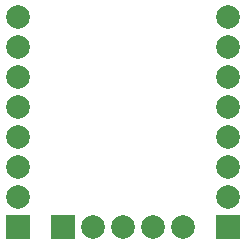
<source format=gbs>
G04*
G04 #@! TF.GenerationSoftware,Altium Limited,Altium Designer,18.1.6 (161)*
G04*
G04 Layer_Color=16711935*
%FSLAX44Y44*%
%MOMM*%
G71*
G01*
G75*
%ADD30C,2.0000*%
%ADD31R,2.0000X2.0000*%
%ADD32R,2.0000X2.0000*%
D30*
X216500Y26900D02*
D03*
X191100D02*
D03*
X165700D02*
D03*
X140300D02*
D03*
X254600Y179300D02*
D03*
Y204700D02*
D03*
Y153900D02*
D03*
Y128500D02*
D03*
Y103100D02*
D03*
Y77700D02*
D03*
Y52300D02*
D03*
X76800Y179300D02*
D03*
Y204700D02*
D03*
Y153900D02*
D03*
Y128500D02*
D03*
Y103100D02*
D03*
Y77700D02*
D03*
Y52300D02*
D03*
D31*
X114900Y26900D02*
D03*
D32*
X254600D02*
D03*
X76800D02*
D03*
M02*

</source>
